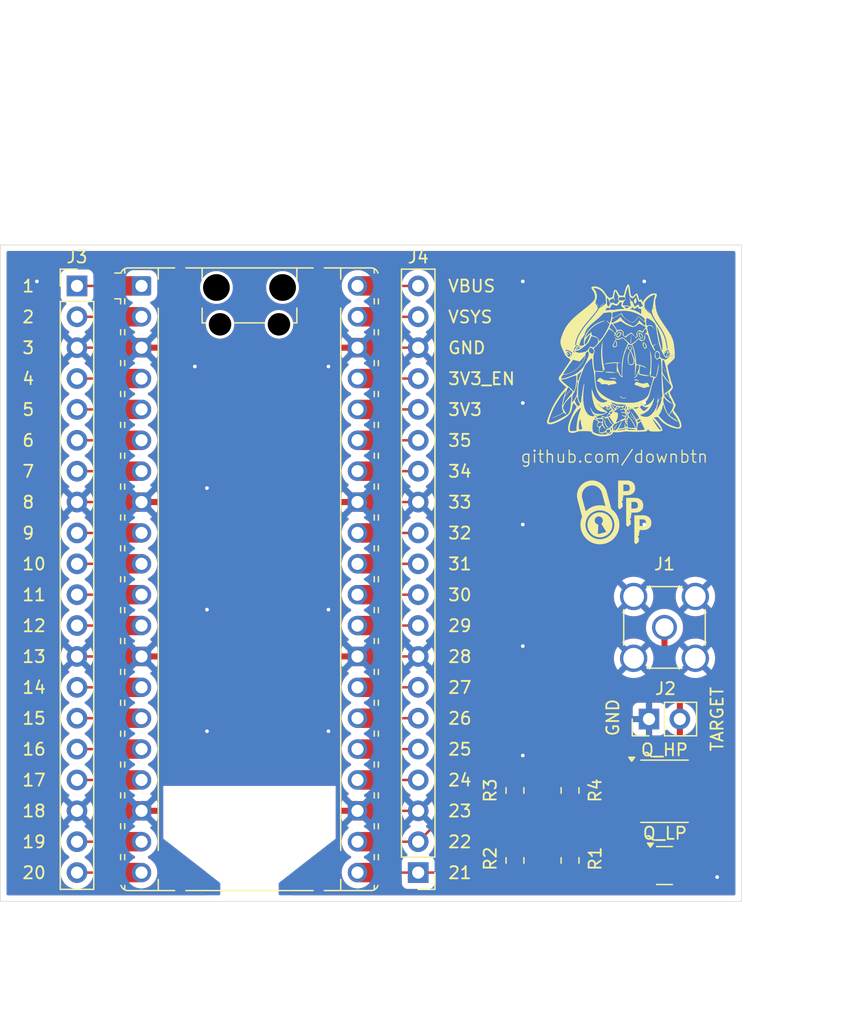
<source format=kicad_pcb>
(kicad_pcb (version 20241229) (generator "pcbnew") (generator_version "9.0")
  (layers (0 "F.Cu" signal) (2 "B.Cu" signal) (13 "F.Paste" user) (15 "B.Paste" user) (5 "F.SilkS" user "F.Silkscreen") (7 "B.SilkS" user "B.Silkscreen") (1 "F.Mask" user) (3 "B.Mask" user) (25 "Edge.Cuts" user))
  (net 0 "")
  (net 1 "Net-(A1-GPIO28_ADC2)")
  (net 2 "Net-(A1-VBUS)")
  (net 3 "Net-(A1-ADC_VREF)")
  (net 4 "GND")
  (net 5 "Net-(A1-RUN)")
  (net 6 "Net-(A1-GPIO2)")
  (net 7 "Net-(A1-GPIO7)")
  (net 8 "Net-(A1-GPIO14)")
  (net 9 "Net-(A1-GPIO6)")
  (net 10 "Net-(A1-GPIO15)")
  (net 11 "Net-(A1-GPIO17)")
  (net 12 "Net-(A1-GPIO12)")
  (net 13 "Net-(A1-GPIO20)")
  (net 14 "Net-(A1-3V3)")
  (net 15 "Net-(A1-GPIO8)")
  (net 16 "Net-(A1-3V3_EN)")
  (net 17 "Net-(A1-GPIO0)")
  (net 18 "Net-(A1-GPIO18)")
  (net 19 "Net-(A1-GPIO4)")
  (net 20 "Net-(A1-GPIO5)")
  (net 21 "Net-(A1-GPIO13)")
  (net 22 "Net-(A1-VSYS)")
  (net 23 "Net-(A1-GPIO27_ADC1)")
  (net 24 "Net-(A1-GPIO9)")
  (net 25 "Net-(A1-GPIO16)")
  (net 26 "Net-(A1-GPIO26_ADC0)")
  (net 27 "Net-(A1-GPIO22)")
  (net 28 "Net-(A1-GPIO1)")
  (net 29 "Net-(A1-GPIO3)")
  (net 30 "Net-(A1-GPIO10)")
  (net 31 "Net-(A1-GPIO19)")
  (net 32 "Net-(A1-GPIO21)")
  (net 33 "Net-(A1-GPIO11)")
  (net 34 "Net-(J1-In)")
  (net 35 "Net-(Q1-G)")
  (net 36 "Net-(Q2-G)")
  (footprint "weeb:nilou small" (layer "F.Cu") (at 150.507104 59.5)
    (property "Reference" "G***" (hide yes))
    (property "Value" "LOGO" (hide yes))
  )
  (footprint "Package_SO:SOIC-8_3.9x4.9mm_P1.27mm" (layer "F.Cu") (at 154.665 94.94)
    (property "Reference" "Q_HP" (at 0 -3.4 0) (layer "F.SilkS"))
    (property "Value" "IRF8714TRPBF")
    (pad "1" smd roundrect (at -2.475 -1.905) (size 1.95 0.6) (layers "F.Cu" "F.Mask" "F.Paste") (net 4 "GND"))
    (pad "2" smd roundrect (at -2.475 -0.635) (size 1.95 0.6) (layers "F.Cu" "F.Mask" "F.Paste") (net 4 "GND"))
    (pad "3" smd roundrect (at -2.475 0.635) (size 1.95 0.6) (layers "F.Cu" "F.Mask" "F.Paste") (net 4 "GND"))
    (pad "4" smd roundrect (at -2.475 1.905) (size 1.95 0.6) (layers "F.Cu" "F.Mask" "F.Paste") (net 36 "Net-(Q2-G)"))
    (pad "5" smd roundrect (at 2.475 1.905) (size 1.95 0.6) (layers "F.Cu" "F.Mask" "F.Paste") (net 34 "Net-(J1-In)"))
    (pad "6" smd roundrect (at 2.475 0.635) (size 1.95 0.6) (layers "F.Cu" "F.Mask" "F.Paste") (net 34 "Net-(J1-In)"))
    (pad "7" smd roundrect (at 2.475 -0.635) (size 1.95 0.6) (layers "F.Cu" "F.Mask" "F.Paste") (net 34 "Net-(J1-In)"))
    (pad "8" smd roundrect (at 2.475 -1.905) (size 1.95 0.6) (layers "F.Cu" "F.Mask" "F.Paste") (net 34 "Net-(J1-In)"))
  )
  (footprint "Connector_PinHeader_2.54mm:PinHeader_1x20_P2.54mm_Vertical" (layer "F.Cu") (at 106.3 53.37)
    (property "Reference" "J3" (at 0 -2.38 0) (layer "F.SilkS"))
    (property "Value" "Left side header")
    (pad "1" thru_hole rect (at 0 0) (size 1.7 1.7) (drill 1) (layers "*.Cu" "*.Mask") (net 17 "Net-(A1-GPIO0)"))
    (pad "2" thru_hole circle (at 0 2.54) (size 1.7 1.7) (drill 1) (layers "*.Cu" "*.Mask") (net 28 "Net-(A1-GPIO1)"))
    (pad "3" thru_hole circle (at 0 5.08) (size 1.7 1.7) (drill 1) (layers "*.Cu" "*.Mask") (net 4 "GND"))
    (pad "4" thru_hole circle (at 0 7.62) (size 1.7 1.7) (drill 1) (layers "*.Cu" "*.Mask") (net 6 "Net-(A1-GPIO2)"))
    (pad "5" thru_hole circle (at 0 10.16) (size 1.7 1.7) (drill 1) (layers "*.Cu" "*.Mask") (net 29 "Net-(A1-GPIO3)"))
    (pad "6" thru_hole circle (at 0 12.7) (size 1.7 1.7) (drill 1) (layers "*.Cu" "*.Mask") (net 19 "Net-(A1-GPIO4)"))
    (pad "7" thru_hole circle (at 0 15.24) (size 1.7 1.7) (drill 1) (layers "*.Cu" "*.Mask") (net 20 "Net-(A1-GPIO5)"))
    (pad "8" thru_hole circle (at 0 17.78) (size 1.7 1.7) (drill 1) (layers "*.Cu" "*.Mask") (net 4 "GND"))
    (pad "9" thru_hole circle (at 0 20.32) (size 1.7 1.7) (drill 1) (layers "*.Cu" "*.Mask") (net 9 "Net-(A1-GPIO6)"))
    (pad "10" thru_hole circle (at 0 22.86) (size 1.7 1.7) (drill 1) (layers "*.Cu" "*.Mask") (net 7 "Net-(A1-GPIO7)"))
    (pad "11" thru_hole circle (at 0 25.4) (size 1.7 1.7) (drill 1) (layers "*.Cu" "*.Mask") (net 15 "Net-(A1-GPIO8)"))
    (pad "12" thru_hole circle (at 0 27.94) (size 1.7 1.7) (drill 1) (layers "*.Cu" "*.Mask") (net 24 "Net-(A1-GPIO9)"))
    (pad "13" thru_hole circle (at 0 30.48) (size 1.7 1.7) (drill 1) (layers "*.Cu" "*.Mask") (net 4 "GND"))
    (pad "14" thru_hole circle (at 0 33.02) (size 1.7 1.7) (drill 1) (layers "*.Cu" "*.Mask") (net 30 "Net-(A1-GPIO10)"))
    (pad "15" thru_hole circle (at 0 35.56) (size 1.7 1.7) (drill 1) (layers "*.Cu" "*.Mask") (net 33 "Net-(A1-GPIO11)"))
    (pad "16" thru_hole circle (at 0 38.1) (size 1.7 1.7) (drill 1) (layers "*.Cu" "*.Mask") (net 12 "Net-(A1-GPIO12)"))
    (pad "17" thru_hole circle (at 0 40.64) (size 1.7 1.7) (drill 1) (layers "*.Cu" "*.Mask") (net 21 "Net-(A1-GPIO13)"))
    (pad "18" thru_hole circle (at 0 43.18) (size 1.7 1.7) (drill 1) (layers "*.Cu" "*.Mask") (net 4 "GND"))
    (pad "19" thru_hole circle (at 0 45.72) (size 1.7 1.7) (drill 1) (layers "*.Cu" "*.Mask") (net 8 "Net-(A1-GPIO14)"))
    (pad "20" thru_hole circle (at 0 48.26) (size 1.7 1.7) (drill 1) (layers "*.Cu" "*.Mask") (net 10 "Net-(A1-GPIO15)"))
  )
  (footprint "Module:RaspberryPi_Pico_Common_Unspecified" (layer "F.Cu") (at 120.5 77.5)
    (property "Reference" "A1" (hide yes))
    (property "Value" "RaspberryPi_Pico")
    (pad "" np_thru_hole circle (at -2.725 -24) (size 2.2 2.2) (drill 2.2) (layers "*.Mask"))
    (pad "" np_thru_hole circle (at -2.425 -20.97) (size 1.85 1.85) (drill 1.85) (layers "*.Mask"))
    (pad "" np_thru_hole circle (at 2.425 -20.97) (size 1.85 1.85) (drill 1.85) (layers "*.Mask"))
    (pad "" np_thru_hole circle (at 2.725 -24) (size 2.2 2.2) (drill 2.2) (layers "*.Mask"))
    (pad "1" smd custom (at -9.69 -24.13) (size 1.6 0.8) (layers "F.Cu" "F.Mask") (net 17 "Net-(A1-GPIO0)") (options (clearance outline) (anchor rect)) (primitives (gr_circle (center 0.8 0) (end 1.6 0) (width 0) (fill yes)) (gr_poly (pts (xy -1.6 -0.6) (xy -1.6 0.6) (xy -1.4 0.8) (xy 0.8 0.8) (xy 0.8 -0.8) (xy -1.4 -0.8)) (width 0) (fill yes)) (gr_circle (center -1.4 -0.6) (end -1.2 -0.6) (width 0) (fill yes)) (gr_circle (center -1.4 0.6) (end -1.2 0.6) (width 0) (fill yes))))
    (pad "1" thru_hole roundrect (at -8.89 -24.13) (size 1.6 1.6) (drill 1) (layers "*.Cu" "*.Mask") (roundrect_rratio 0.125) (net 17 "Net-(A1-GPIO0)"))
    (pad "2" smd roundrect (at -9.69 -21.59) (size 3.2 1.6) (layers "F.Cu" "F.Mask") (roundrect_rratio 0.5) (net 28 "Net-(A1-GPIO1)"))
    (pad "2" thru_hole circle (at -8.89 -21.59) (size 1.6 1.6) (drill 1) (layers "*.Cu" "*.Mask") (net 28 "Net-(A1-GPIO1)"))
    (pad "3" smd custom (at -9.69 -19.05) (size 1.6 0.8) (layers "F.Cu" "F.Mask") (net 4 "GND") (options (clearance outline) (anchor rect)) (primitives (gr_circle (center -0.8 0) (end 0 0) (width 0) (fill yes)) (gr_poly (pts (xy 1.6 -0.6) (xy 1.6 0.6) (xy 1.4 0.8) (xy -0.8 0.8) (xy -0.8 -0.8) (xy 1.4 -0.8)) (width 0) (fill yes)) (gr_circle (center 1.4 -0.6) (end 1.6 -0.6) (width 0) (fill yes)) (gr_circle (center 1.4 0.6) (end 1.6 0.6) (width 0) (fill yes))))
    (pad "3" thru_hole custom (at -8.89 -19.05) (size 1.6 1.6) (drill 1) (layers "*.Cu" "*.Mask") (net 4 "GND") (options (clearance outline) (anchor circle)) (primitives (gr_poly (pts (xy 0.8 0.6) (xy 0.8 -0.6) (xy 0.6 -0.8) (xy 0 -0.8) (xy 0 0.8) (xy 0.6 0.8)) (width 0) (fill yes)) (gr_circle (center 0.6 0.6) (end 0.8 0.6) (width 0) (fill yes)) (gr_circle (center 0.6 -0.6) (end 0.8 -0.6) (width 0) (fill yes))))
    (pad "4" smd roundrect (at -9.69 -16.51) (size 3.2 1.6) (layers "F.Cu" "F.Mask") (roundrect_rratio 0.5) (net 6 "Net-(A1-GPIO2)"))
    (pad "4" thru_hole circle (at -8.89 -16.51) (size 1.6 1.6) (drill 1) (layers "*.Cu" "*.Mask") (net 6 "Net-(A1-GPIO2)"))
    (pad "5" smd roundrect (at -9.69 -13.97) (size 3.2 1.6) (layers "F.Cu" "F.Mask") (roundrect_rratio 0.5) (net 29 "Net-(A1-GPIO3)"))
    (pad "5" thru_hole circle (at -8.89 -13.97) (size 1.6 1.6) (drill 1) (layers "*.Cu" "*.Mask") (net 29 "Net-(A1-GPIO3)"))
    (pad "6" smd roundrect (at -9.69 -11.43) (size 3.2 1.6) (layers "F.Cu" "F.Mask") (roundrect_rratio 0.5) (net 19 "Net-(A1-GPIO4)"))
    (pad "6" thru_hole circle (at -8.89 -11.43) (size 1.6 1.6) (drill 1) (layers "*.Cu" "*.Mask") (net 19 "Net-(A1-GPIO4)"))
    (pad "7" smd roundrect (at -9.69 -8.89) (size 3.2 1.6) (layers "F.Cu" "F.Mask") (roundrect_rratio 0.5) (net 20 "Net-(A1-GPIO5)"))
    (pad "7" thru_hole circle (at -8.89 -8.89) (size 1.6 1.6) (drill 1) (layers "*.Cu" "*.Mask") (net 20 "Net-(A1-GPIO5)"))
    (pad "8" smd custom (at -9.69 -6.35) (size 1.6 0.8) (layers "F.Cu" "F.Mask") (net 4 "GND") (options (clearance outline) (anchor rect)) (primitives (gr_circle (center -0.8 0) (end 0 0) (width 0) (fill yes)) (gr_poly (pts (xy 1.6 -0.6) (xy 1.6 0.6) (xy 1.4 0.8) (xy -0.8 0.8) (xy -0.8 -0.8) (xy 1.4 -0.8)) (width 0) (fill yes)) (gr_circle (center 1.4 -0.6) (end 1.6 -0.6) (width 0) (fill yes)) (gr_circle (center 1.4 0.6) (end 1.6 0.6) (width 0) (fill yes))))
    (pad "8" thru_hole custom (at -8.89 -6.35) (size 1.6 1.6) (drill 1) (layers "*.Cu" "*.Mask") (net 4 "GND") (options (clearance outline) (anchor circle)) (primitives (gr_poly (pts (xy 0.8 0.6) (xy 0.8 -0.6) (xy 0.6 -0.8) (xy 0 -0.8) (xy 0 0.8) (xy 0.6 0.8)) (width 0) (fill yes)) (gr_circle (center 0.6 0.6) (end 0.8 0.6) (width 0) (fill yes)) (gr_circle (center 0.6 -0.6) (end 0.8 -0.6) (width 0) (fill yes))))
    (pad "9" smd roundrect (at -9.69 -3.81) (size 3.2 1.6) (layers "F.Cu" "F.Mask") (roundrect_rratio 0.5) (net 9 "Net-(A1-GPIO6)"))
    (pad "9" thru_hole circle (at -8.89 -3.81) (size 1.6 1.6) (drill 1) (layers "*.Cu" "*.Mask") (net 9 "Net-(A1-GPIO6)"))
    (pad "10" smd roundrect (at -9.69 -1.27) (size 3.2 1.6) (layers "F.Cu" "F.Mask") (roundrect_rratio 0.5) (net 7 "Net-(A1-GPIO7)"))
    (pad "10" thru_hole circle (at -8.89 -1.27) (size 1.6 1.6) (drill 1) (layers "*.Cu" "*.Mask") (net 7 "Net-(A1-GPIO7)"))
    (pad "11" smd roundrect (at -9.69 1.27) (size 3.2 1.6) (layers "F.Cu" "F.Mask") (roundrect_rratio 0.5) (net 15 "Net-(A1-GPIO8)"))
    (pad "11" thru_hole circle (at -8.89 1.27) (size 1.6 1.6) (drill 1) (layers "*.Cu" "*.Mask") (net 15 "Net-(A1-GPIO8)"))
    (pad "12" smd roundrect (at -9.69 3.81) (size 3.2 1.6) (layers "F.Cu" "F.Mask") (roundrect_rratio 0.5) (net 24 "Net-(A1-GPIO9)"))
    (pad "12" thru_hole circle (at -8.89 3.81) (size 1.6 1.6) (drill 1) (layers "*.Cu" "*.Mask") (net 24 "Net-(A1-GPIO9)"))
    (pad "13" smd custom (at -9.69 6.35) (size 1.6 0.8) (layers "F.Cu" "F.Mask") (net 4 "GND") (options (clearance outline) (anchor rect)) (primitives (gr_circle (center -0.8 0) (end 0 0) (width 0) (fill yes)) (gr_poly (pts (xy 1.6 -0.6) (xy 1.6 0.6) (xy 1.4 0.8) (xy -0.8 0.8) (xy -0.8 -0.8) (xy 1.4 -0.8)) (width 0) (fill yes)) (gr_circle (center 1.4 -0.6) (end 1.6 -0.6) (width 0) (fill yes)) (gr_circle (center 1.4 0.6) (end 1.6 0.6) (width 0) (fill yes))))
    (pad "13" thru_hole custom (at -8.89 6.35) (size 1.6 1.6) (drill 1) (layers "*.Cu" "*.Mask") (net 4 "GND") (options (clearance outline) (anchor circle)) (primitives (gr_poly (pts (xy 0.8 0.6) (xy 0.8 -0.6) (xy 0.6 -0.8) (xy 0 -0.8) (xy 0 0.8) (xy 0.6 0.8)) (width 0) (fill yes)) (gr_circle (center 0.6 0.6) (end 0.8 0.6) (width 0) (fill yes)) (gr_circle (center 0.6 -0.6) (end 0.8 -0.6) (width 0) (fill yes))))
    (pad "14" smd roundrect (at -9.69 8.89) (size 3.2 1.6) (layers "F.Cu" "F.Mask") (roundrect_rratio 0.5) (net 30 "Net-(A1-GPIO10)"))
    (pad "14" thru_hole circle (at -8.89 8.89) (size 1.6 1.6) (drill 1) (layers "*.Cu" "*.Mask") (net 30 "Net-(A1-GPIO10)"))
    (pad "15" smd roundrect (at -9.69 11.43) (size 3.2 1.6) (layers "F.Cu" "F.Mask") (roundrect_rratio 0.5) (net 33 "Net-(A1-GPIO11)"))
    (pad "15" thru_hole circle (at -8.89 11.43) (size 1.6 1.6) (drill 1) (layers "*.Cu" "*.Mask") (net 33 "Net-(A1-GPIO11)"))
    (pad "16" smd roundrect (at -9.69 13.97) (size 3.2 1.6) (layers "F.Cu" "F.Mask") (roundrect_rratio 0.5) (net 12 "Net-(A1-GPIO12)"))
    (pad "16" thru_hole circle (at -8.89 13.97) (size 1.6 1.6) (drill 1) (layers "*.Cu" "*.Mask") (net 12 "Net-(A1-GPIO12)"))
    (pad "17" smd roundrect (at -9.69 16.51) (size 3.2 1.6) (layers "F.Cu" "F.Mask") (roundrect_rratio 0.5) (net 21 "Net-(A1-GPIO13)"))
    (pad "17" thru_hole circle (at -8.89 16.51) (size 1.6 1.6) (drill 1) (layers "*.Cu" "*.Mask") (net 21 "Net-(A1-GPIO13)"))
    (pad "18" smd custom (at -9.69 19.05) (size 1.6 0.8) (layers "F.Cu" "F.Mask") (net 4 "GND") (options (clearance outline) (anchor rect)) (primitives (gr_circle (center -0.8 0) (end 0 0) (width 0) (fill yes)) (gr_poly (pts (xy 1.6 -0.6) (xy 1.6 0.6) (xy 1.4 0.8) (xy -0.8 0.8) (xy -0.8 -0.8) (xy 1.4 -0.8)) (width 0) (fill yes)) (gr_circle (center 1.4 -0.6) (end 1.6 -0.6) (width 0) (fill yes)) (gr_circle (center 1.4 0.6) (end 1.6 0.6) (width 0) (fill yes))))
    (pad "18" thru_hole custom (at -8.89 19.05) (size 1.6 1.6) (drill 1) (layers "*.Cu" "*.Mask") (net 4 "GND") (options (clearance outline) (anchor circle)) (primitives (gr_poly (pts (xy 0.8 0.6) (xy 0.8 -0.6) (xy 0.6 -0.8) (xy 0 -0.8) (xy 0 0.8) (xy 0.6 0.8)) (width 0) (fill yes)) (gr_circle (center 0.6 0.6) (end 0.8 0.6) (width 0) (fill yes)) (gr_circle (center 0.6 -0.6) (end 0.8 -0.6) (width 0) (fill yes))))
    (pad "19" smd roundrect (at -9.69 21.59) (size 3.2 1.6) (layers "F.Cu" "F.Mask") (roundrect_rratio 0.5) (net 8 "Net-(A1-GPIO14)"))
    (pad "19" thru_hole circle (at -8.89 21.59) (size 1.6 1.6) (drill 1) (layers "*.Cu" "*.Mask") (net 8 "Net-(A1-GPIO14)"))
    (pad "20" smd roundrect (at -9.69 24.13) (size 3.2 1.6) (layers "F.Cu" "F.Mask") (roundrect_rratio 0.5) (net 10 "Net-(A1-GPIO15)"))
    (pad "20" thru_hole circle (at -8.89 24.13) (size 1.6 1.6) (drill 1) (layers "*.Cu" "*.Mask") (net 10 "Net-(A1-GPIO15)"))
    (pad "21" thru_hole circle (at 8.89 24.13) (size 1.6 1.6) (drill 1) (layers "*.Cu" "*.Mask") (net 25 "Net-(A1-GPIO16)"))
    (pad "21" smd roundrect (at 9.69 24.13) (size 3.2 1.6) (layers "F.Cu" "F.Mask") (roundrect_rratio 0.5) (net 25 "Net-(A1-GPIO16)"))
    (pad "22" thru_hole circle (at 8.89 21.59) (size 1.6 1.6) (drill 1) (layers "*.Cu" "*.Mask") (net 11 "Net-(A1-GPIO17)"))
    (pad "22" smd roundrect (at 9.69 21.59) (size 3.2 1.6) (layers "F.Cu" "F.Mask") (roundrect_rratio 0.5) (net 11 "Net-(A1-GPIO17)"))
    (pad "23" thru_hole custom (at 8.89 19.05) (size 1.6 1.6) (drill 1) (layers "*.Cu" "*.Mask") (net 4 "GND") (options (clearance outline) (anchor circle)) (primitives (gr_poly (pts (xy -0.8 0.6) (xy -0.8 -0.6) (xy -0.6 -0.8) (xy 0 -0.8) (xy 0 0.8) (xy -0.6 0.8)) (width 0) (fill yes)) (gr_circle (center -0.6 0.6) (end -0.4 0.6) (width 0) (fill yes)) (gr_circle (center -0.6 -0.6) (end -0.4 -0.6) (width 0) (fill yes))))
    (pad "23" smd custom (at 9.69 19.05) (size 1.6 0.8) (layers "F.Cu" "F.Mask") (net 4 "GND") (options (clearance outline) (anchor rect)) (primitives (gr_circle (center 0.8 0) (end 1.6 0) (width 0) (fill yes)) (gr_poly (pts (xy -1.6 -0.6) (xy -1.6 0.6) (xy -1.4 0.8) (xy 0.8 0.8) (xy 0.8 -0.8) (xy -1.4 -0.8)) (width 0) (fill yes)) (gr_circle (center -1.4 -0.6) (end -1.2 -0.6) (width 0) (fill yes)) (gr_circle (center -1.4 0.6) (end -1.2 0.6) (width 0) (fill yes))))
    (pad "24" thru_hole circle (at 8.89 16.51) (size 1.6 1.6) (drill 1) (layers "*.Cu" "*.Mask") (net 18 "Net-(A1-GPIO18)"))
    (pad "24" smd roundrect (at 9.69 16.51) (size 3.2 1.6) (layers "F.Cu" "F.Mask") (roundrect_rratio 0.5) (net 18 "Net-(A1-GPIO18)"))
    (pad "25" thru_hole circle (at 8.89 13.97) (size 1.6 1.6) (drill 1) (layers "*.Cu" "*.Mask") (net 31 "Net-(A1-GPIO19)"))
    (pad "25" smd roundrect (at 9.69 13.97) (size 3.2 1.6) (layers "F.Cu" "F.Mask") (roundrect_rratio 0.5) (net 31 "Net-(A1-GPIO19)"))
    (pad "26" thru_hole circle (at 8.89 11.43) (size 1.6 1.6) (drill 1) (layers "*.Cu" "*.Mask") (net 13 "Net-(A1-GPIO20)"))
    (pad "26" smd roundrect (at 9.69 11.43) (size 3.2 1.6) (layers "F.Cu" "F.Mask") (roundrect_rratio 0.5) (net 13 "Net-(A1-GPIO20)"))
    (pad "27" thru_hole circle (at 8.89 8.89) (size 1.6 1.6) (drill 1) (layers "*.Cu" "*.Mask") (net 32 "Net-(A1-GPIO21)"))
    (pad "27" smd roundrect (at 9.69 8.89) (size 3.2 1.6) (layers "F.Cu" "F.Mask") (roundrect_rratio 0.5) (net 32 "Net-(A1-GPIO21)"))
    (pad "28" thru_hole custom (at 8.89 6.35) (size 1.6 1.6) (drill 1) (layers "*.Cu" "*.Mask") (net 4 "GND") (options (clearance outline) (anchor circle)) (primitives (gr_poly (pts (xy -0.8 0.6) (xy -0.8 -0.6) (xy -0.6 -0.8) (xy 0 -0.8) (xy 0 0.8) (xy -0.6 0.8)) (width 0) (fill yes)) (gr_circle (center -0.6 0.6) (end -0.4 0.6) (width 0) (fill yes)) (gr_circle (center -0.6 -0.6) (end -0.4 -0.6) (width 0) (fill yes))))
    (pad "28" smd custom (at 9.69 6.35) (size 1.6 0.8) (layers "F.Cu" "F.Mask") (net 4 "GND") (options (clearance outline) (anchor rect)) (primitives (gr_circle (center 0.8 0) (end 1.6 0) (width 0) (fill yes)) (gr_poly (pts (xy -1.6 -0.6) (xy -1.6 0.6) (xy -1.4 0.8) (xy 0.8 0.8) (xy 0.8 -0.8) (xy -1.4 -0.8)) (width 0) (fill yes)) (gr_circle (center -1.4 -0.6) (end -1.2 -0.6) (width 0) (fill yes)) (gr_circle (center -1.4 0.6) (end -1.2 0.6) (width 0) (fill yes))))
    (pad "29" thru_hole circle (at 8.89 3.81) (size 1.6 1.6) (drill 1) (layers "*.Cu" "*.Mask") (net 27 "Net-(A1-GPIO22)"))
    (pad "29" smd roundrect (at 9.69 3.81) (size 3.2 1.6) (layers "F.Cu" "F.Mask") (roundrect_rratio 0.5) (net 27 "Net-(A1-GPIO22)"))
    (pad "30" thru_hole circle (at 8.89 1.27) (size 1.6 1.6) (drill 1) (layers "*.Cu" "*.Mask") (net 5 "Net-(A1-RUN)"))
    (pad "30" smd roundrect (at 9.69 1.27) (size 3.2 1.6) (layers "F.Cu" "F.Mask") (roundrect_rratio 0.5) (net 5 "Net-(A1-RUN)"))
    (pad "31" thru_hole circle (at 8.89 -1.27) (size 1.6 1.6) (drill 1) (layers "*.Cu" "*.Mask") (net 26 "Net-(A1-GPIO26_ADC0)"))
    (pad "31" smd roundrect (at 9.69 -1.27) (size 3.2 1.6) (layers "F.Cu" "F.Mask") (roundrect_rratio 0.5) (net 26 "Net-(A1-GPIO26_ADC0)"))
    (pad "32" thru_hole circle (at 8.89 -3.81) (size 1.6 1.6) (drill 1) (layers "*.Cu" "*.Mask") (net 23 "Net-(A1-GPIO27_ADC1)"))
    (pad "32" smd roundrect (at 9.69 -3.81) (size 3.2 1.6) (layers "F.Cu" "F.Mask") (roundrect_rratio 0.5) (net 23 "Net-(A1-GPIO27_ADC1)"))
    (pad "33" thru_hole custom (at 8.89 -6.35) (size 1.6 1.6) (drill 1) (layers "*.Cu" "*.Mask") (net 4 "GND") (options (clearance outline) (anchor circle)) (primitives (gr_poly (pts (xy -0.8 0.6) (xy -0.8 -0.6) (xy -0.6 -0.8) (xy 0 -0.8) (xy 0 0.8) (xy -0.6 0.8)) (width 0) (fill yes)) (gr_circle (center -0.6 0.6) (end -0.4 0.6) (width 0) (fill yes)) (gr_circle (center -0.6 -0.6) (end -0.4 -0.6) (width 0) (fill yes))))
    (pad "33" smd custom (at 9.69 -6.35) (size 1.6 0.8) (layers "F.Cu" "F.Mask") (net 4 "GND") (options (clearance outline) (anchor rect)) (primitives (gr_circle (center 0.8 0) (end 1.6 0) (width 0) (fill yes)) (gr_poly (pts (xy -1.6 -0.6) (xy -1.6 0.6) (xy -1.4 0.8) (xy 0.8 0.8) (xy 0.8 -0.8) (xy -1.4 -0.8)) (width 0) (fill yes)) (gr_circle (center -1.4 -0.6) (end -1.2 -0.6) (width 0) (fill yes)) (gr_circle (center -1.4 0.6) (end -1.2 0.6) (width 0) (fill yes))))
    (pad "34" thru_hole circle (at 8.89 -8.89) (size 1.6 1.6) (drill 1) (layers "*.Cu" "*.Mask") (net 1 "Net-(A1-GPIO28_ADC2)"))
    (pad "34" smd roundrect (at 9.69 -8.89) (size 3.2 1.6) (layers "F.Cu" "F.Mask") (roundrect_rratio 0.5) (net 1 "Net-(A1-GPIO28_ADC2)"))
    (pad "35" thru_hole circle (at 8.89 -11.43) (size 1.6 1.6) (drill 1) (layers "*.Cu" "*.Mask") (net 3 "Net-(A1-ADC_VREF)"))
    (pad "35" smd roundrect (at 9.69 -11.43) (size 3.2 1.6) (layers "F.Cu" "F.Mask") (roundrect_rratio 0.5) (net 3 "Net-(A1-ADC_VREF)"))
    (pad "36" thru_hole circle (at 8.89 -13.97) (size 1.6 1.6) (drill 1) (layers "*.Cu" "*.Mask") (net 14 "Net-(A1-3V3)"))
    (pad "36" smd roundrect (at 9.69 -13.97) (size 3.2 1.6) (layers "F.Cu" "F.Mask") (roundrect_rratio 0.5) (net 14 "Net-(A1-3V3)"))
    (pad "37" thru_hole circle (at 8.89 -16.51) (size 1.6 1.6) (drill 1) (layers "*.Cu" "*.Mask") (net 16 "Net-(A1-3V3_EN)"))
    (pad "37" smd roundrect (at 9.69 -16.51) (size 3.2 1.6) (layers "F.Cu" "F.Mask") (roundrect_rratio 0.5) (net 16 "Net-(A1-3V3_EN)"))
    (pad "38" thru_hole custom (at 8.89 -19.05) (size 1.6 1.6) (drill 1) (layers "*.Cu" "*.Mask") (net 4 "GND") (options (clearance outline) (anchor circle)) (primitives (gr_poly (pts (xy -0.8 0.6) (xy -0.8 -0.6) (xy -0.6 -0.8) (xy 0 -0.8) (xy 0 0.8) (xy -0.6 0.8)) (width 0) (fill yes)) (gr_circle (center -0.6 0.6) (end -0.4 0.6) (width 0) (fill yes)) (gr_circle (center -0.6 -0.6) (end -0.4 -0.6) (width 0) (fill yes))))
    (pad "38" smd custom (at 9.69 -19.05) (size 1.6 0.8) (layers "F.Cu" "F.Mask") (net 4 "GND") (options (clearance outline) (anchor rect)) (primitives (gr_circle (center 0.8 0) (end 1.6 0) (width 0) (fill yes)) (gr_poly (pts (xy -1.6 -0.6) (xy -1.6 0.6) (xy -1.4 0.8) (xy 0.8 0.8) (xy 0.8 -0.8) (xy -1.4 -0.8)) (width 0) (fill yes)) (gr_circle (center -1.4 -0.6) (end -1.2 -0.6) (width 0) (fill yes)) (gr_circle (center -1.4 0.6) (end -1.2 0.6) (width 0) (fill yes))))
    (pad "39" thru_hole circle (at 8.89 -21.59) (size 1.6 1.6) (drill 1) (layers "*.Cu" "*.Mask") (net 22 "Net-(A1-VSYS)"))
    (pad "39" smd roundrect (at 9.69 -21.59) (size 3.2 1.6) (layers "F.Cu" "F.Mask") (roundrect_rratio 0.5) (net 22 "Net-(A1-VSYS)"))
    (pad "40" thru_hole circle (at 8.89 -24.13) (size 1.6 1.6) (drill 1) (layers "*.Cu" "*.Mask") (net 2 "Net-(A1-VBUS)"))
    (pad "40" smd roundrect (at 9.69 -24.13) (size 3.2 1.6) (layers "F.Cu" "F.Mask") (roundrect_rratio 0.5) (net 2 "Net-(A1-VBUS)"))
    (zone (net 0) (net_name "") (layers "F.Cu" "B.Cu" "F.Paste" "B.Paste") (name "Antenna Copper Keep Out") (connect_pads (clearance 0)) (min_thickness 0.254)
      (keepout (tracks not_allowed) (vias not_allowed) (pads not_allowed) (copperpour not_allowed) (footprints allowed))
      (fill (thermal_gap 0.508) (thermal_bridge_width 0.508))
      (polygon (pts (xy 118.1 102.489895) (xy 113.4 98.839895) (xy 113.4 94.5) (xy 127.6 94.5) (xy 127.6 98.839895) (xy 122.9 102.489895) (xy 122.9 103.5) (xy 118.1 103.5)))
    )
    (zone (net 0) (net_name "") (layers "F.Cu" "F.Paste") (name "Pad Keep Out D1-W") (connect_pads (clearance 0)) (min_thickness 0.25)
      (keepout (tracks not_allowed) (vias not_allowed) (pads not_allowed) (copperpour not_allowed) (footprints allowed))
      (fill (thermal_gap 0.5) (thermal_bridge_width 0.5))
      (polygon (pts (xy 120.128778 82.300398) (xy 120.184498 82.244678) (xy 120.2573 82.214522) (xy 120.2967 82.2126) (xy 121.0841 82.2126) (xy 121.0841 84.1874) (xy 120.2967 84.1874) (xy 120.2573 84.185478) (xy 120.184498 84.155322) (xy 120.128778 84.099602) (xy 120.098622 84.0268) (xy 120.0967 83.9874) (xy 120.0967 82.4126) (xy 120.098622 82.3732)))
    )
    (zone (net 0) (net_name "") (layers "F.Cu" "F.Paste") (name "Pad Keep Out D1-W") (connect_pads (clearance 0)) (min_thickness 0.25)
      (keepout (tracks not_allowed) (vias not_allowed) (pads not_allowed) (copperpour not_allowed) (footprints allowed))
      (fill (thermal_gap 0.5) (thermal_bridge_width 0.5))
      (polygon (pts (xy 121.8715 84.1874) (xy 121.0841 84.1874) (xy 121.0841 82.2126) (xy 121.8715 82.2126) (xy 121.9109 82.214522) (xy 121.983702 82.244677) (xy 122.039423 82.300398) (xy 122.069578 82.3732) (xy 122.0715 82.4126) (xy 122.0715 83.9874) (xy 122.069578 84.0268) (xy 122.039423 84.099602) (xy 121.983702 84.155323) (xy 121.9109 84.185478)))
    )
    (zone (net 0) (net_name "") (layers "F.Cu" "F.Paste") (name "Pad Keep Out TP6") (connect_pads (clearance 0)) (min_thickness 0.25)
      (keepout (tracks not_allowed) (vias not_allowed) (pads not_allowed) (copperpour not_allowed) (footprints allowed))
      (fill (thermal_gap 0.5) (thermal_bridge_width 0.5))
      (polygon (pts (xy 117.484455 67.447861) (xy 117.357833 67.413932) (xy 117.244306 67.348388) (xy 117.151612 67.255694) (xy 117.086068 67.142167) (xy 117.052139 67.015545) (xy 117.05 66.95) (xy 117.05 63.25) (xy 118.95 63.25) (xy 118.95 66.95) (xy 118.947861 67.015545) (xy 118.913932 67.142167) (xy 118.848388 67.255694) (xy 118.755694 67.348388) (xy 118.642167 67.413932) (xy 118.515545 67.447861) (xy 118.45 67.45) (xy 117.55 67.45)))
    )
    (zone (net 0) (net_name "") (layers "F.Cu" "F.Paste") (name "Pad Keep Out TP3") (connect_pads (clearance 0)) (min_thickness 0.25)
      (keepout (tracks not_allowed) (vias not_allowed) (pads not_allowed) (copperpour not_allowed) (footprints allowed))
      (fill (thermal_gap 0.5) (thermal_bridge_width 0.5))
      (polygon (pts (xy 118.552139 52.684455) (xy 118.586068 52.557833) (xy 118.651612 52.444306) (xy 118.744306 52.351612) (xy 118.857833 52.286068) (xy 118.984455 52.252139) (xy 119.05 52.25) (xy 119.5 52.25) (xy 119.5 54.15) (xy 119.05 54.15) (xy 118.984455 54.147861) (xy 118.857833 54.113932) (xy 118.744306 54.048388) (xy 118.651612 53.955694) (xy 118.586068 53.842167) (xy 118.552139 53.715545) (xy 118.55 53.65) (xy 118.55 52.75)))
    )
    (zone (net 0) (net_name "") (layers "F.Cu" "F.Paste") (name "Pad Keep Out TP4") (connect_pads (clearance 0)) (min_thickness 0.25)
      (keepout (tracks not_allowed) (vias not_allowed) (pads not_allowed) (copperpour not_allowed) (footprints allowed))
      (fill (thermal_gap 0.5) (thermal_bridge_width 0.5))
      (polygon (pts (xy 118.95 63.25) (xy 118.95 59.55) (xy 118.947861 59.484455) (xy 118.913933 59.357833) (xy 118.848388 59.244306) (xy 118.755694 59.151612) (xy 118.642167 59.086067) (xy 118.515545 59.052139) (xy 118.45 59.05) (xy 117.55 59.05) (xy 117.484455 59.052139) (xy 117.357833 59.086067) (xy 117.244306 59.151612) (xy 117.151612 59.244306) (xy 117.086067 59.357833) (xy 117.052139 59.484455) (xy 117.05 59.55) (xy 117.05 63.25)))
    )
    (zone (net 0) (net_name "") (layers "F.Cu" "F.Paste") (name "Pad Keep Out TP3") (connect_pads (clearance 0)) (min_thickness 0.25)
      (keepout (tracks not_allowed) (vias not_allowed) (pads not_allowed) (copperpour not_allowed) (footprints allowed))
      (fill (thermal_gap 0.5) (thermal_bridge_width 0.5))
      (polygon (pts (xy 119.5 54.15) (xy 119.95 54.15) (xy 120.015545 54.147861) (xy 120.142167 54.113933) (xy 120.255694 54.048388) (xy 120.348388 53.955694) (xy 120.413933 53.842167) (xy 120.447861 53.715545) (xy 120.45 53.65) (xy 120.45 52.75) (xy 120.447861 52.684455) (xy 120.413933 52.557833) (xy 120.348388 52.444306) (xy 120.255694 52.351612) (xy 120.142167 52.286067) (xy 120.015545 52.252139) (xy 119.95 52.25) (xy 119.5 52.25)))
    )
    (zone (net 0) (net_name "") (layers "F.Cu" "F.Paste") (name "Pad Keep Out TP1") (connect_pads (clearance 0)) (min_thickness 0.25)
      (keepout (tracks not_allowed) (vias not_allowed) (pads not_allowed) (copperpour not_allowed) (footprints allowed))
      (fill (thermal_gap 0.5) (thermal_bridge_width 0.5))
      (polygon (pts (xy 119.552139 55.984455) (xy 119.586068 55.857833) (xy 119.651612 55.744306) (xy 119.744306 55.651612) (xy 119.857833 55.586068) (xy 119.984455 55.552139) (xy 120.05 55.55) (xy 120.5 55.55) (xy 120.5 57.45) (xy 120.05 57.45) (xy 119.984455 57.447861) (xy 119.857833 57.413932) (xy 119.744306 57.348388) (xy 119.651612 57.255694) (xy 119.586068 57.142167) (xy 119.552139 57.015545) (xy 119.55 56.95) (xy 119.55 56.05)))
    )
    (zone (net 0) (net_name "") (layers "F.Cu" "F.Paste") (name "Pad Keep Out D2") (connect_pads (clearance 0)) (min_thickness 0.25)
      (keepout (tracks not_allowed) (vias not_allowed) (pads not_allowed) (copperpour not_allowed) (footprints allowed))
      (fill (thermal_gap 0.5) (thermal_bridge_width 0.5))
      (polygon (pts (xy 119.9 100.4) (xy 120.5 100.4) (arc (start 120.5 104) (mid 119.792893 103.707107) (end 119.5 103)) (xy 119.5 100.8) (xy 119.502193 100.736994) (xy 119.541133 100.617148) (xy 119.615201 100.515201) (xy 119.717148 100.441133) (xy 119.836994 100.402193)))
    )
    (zone (net 0) (net_name "") (layers "F.Cu" "F.Paste") (name "Pad Keep Out TP1") (connect_pads (clearance 0)) (min_thickness 0.25)
      (keepout (tracks not_allowed) (vias not_allowed) (pads not_allowed) (copperpour not_allowed) (footprints allowed))
      (fill (thermal_gap 0.5) (thermal_bridge_width 0.5))
      (polygon (pts (xy 120.5 57.45) (xy 120.95 57.45) (xy 121.015545 57.447861) (xy 121.142167 57.413933) (xy 121.255694 57.348388) (xy 121.348388 57.255694) (xy 121.413933 57.142167) (xy 121.447861 57.015545) (xy 121.45 56.95) (xy 121.45 56.05) (xy 121.447861 55.984455) (xy 121.413933 55.857833) (xy 121.348388 55.744306) (xy 121.255694 55.651612) (xy 121.142167 55.586067) (xy 121.015545 55.552139) (xy 120.95 55.55) (xy 120.5 55.55)))
    )
    (zone (net 0) (net_name "") (layers "F.Cu" "F.Paste") (name "Pad Keep Out TP2") (connect_pads (clearance 0)) (min_thickness 0.25)
      (keepout (tracks not_allowed) (vias not_allowed) (pads not_allowed) (copperpour not_allowed) (footprints allowed))
      (fill (thermal_gap 0.5) (thermal_bridge_width 0.5))
      (polygon (pts (xy 120.552139 52.699455) (xy 120.586068 52.572833) (xy 120.651612 52.459306) (xy 120.744306 52.366612) (xy 120.857833 52.301068) (xy 120.984455 52.267139) (xy 121.05 52.265) (xy 121.5 52.265) (xy 121.5 54.165) (xy 121.05 54.165) (xy 120.984455 54.162861) (xy 120.857833 54.128932) (xy 120.744306 54.063388) (xy 120.651612 53.970694) (xy 120.586068 53.857167) (xy 120.552139 53.730545) (xy 120.55 53.665) (xy 120.55 52.765)))
    )
    (zone (net 0) (net_name "") (layers "F.Cu" "F.Paste") (name "Pad Keep Out TP7") (connect_pads (clearance 0)) (min_thickness 0.25)
      (keepout (tracks not_allowed) (vias not_allowed) (pads not_allowed) (copperpour not_allowed) (footprints allowed))
      (fill (thermal_gap 0.5) (thermal_bridge_width 0.5))
      (polygon (pts (xy 120.552139 71.984455) (xy 120.586068 71.857833) (xy 120.651612 71.744306) (xy 120.744306 71.651612) (xy 120.857833 71.586068) (xy 120.984455 71.552139) (xy 121.05 71.55) (xy 121.5 71.55) (xy 121.5 73.45) (xy 121.05 73.45) (xy 120.984455 73.447861) (xy 120.857833 73.413932) (xy 120.744306 73.348388) (xy 120.651612 73.255694) (xy 120.586068 73.142167) (xy 120.552139 73.015545) (xy 120.55 72.95) (xy 120.55 72.05)))
    )
    (zone (net 0) (net_name "") (layers "F.Cu" "F.Paste") (name "Pad Keep Out D2") (connect_pads (clearance 0)) (min_thickness 0.25)
      (keepout (tracks not_allowed) (vias not_allowed) (pads not_allowed) (copperpour not_allowed) (footprints allowed))
      (fill (thermal_gap 0.5) (thermal_bridge_width 0.5))
      (polygon (pts (xy 121.1 100.4) (xy 121.162964 100.402462) (xy 121.282728 100.441376) (xy 121.384606 100.515394) (xy 121.458624 100.617272) (xy 121.497538 100.737036) (xy 121.5 100.8) (arc (start 121.5 103) (mid 121.207107 103.707107) (end 120.5 104)) (xy 120.5 100.4)))
    )
    (zone (net 0) (net_name "") (layers "F.Cu" "F.Paste") (name "Pad Keep Out TP2") (connect_pads (clearance 0)) (min_thickness 0.25)
      (keepout (tracks not_allowed) (vias not_allowed) (pads not_allowed) (copperpour not_allowed) (footprints allowed))
      (fill (thermal_gap 0.5) (thermal_bridge_width 0.5))
      (polygon (pts (xy 121.5 54.165) (xy 121.95 54.165) (xy 122.015545 54.162861) (xy 122.142167 54.128933) (xy 122.255694 54.063388) (xy 122.348388 53.970694) (xy 122.413933 53.857167) (xy 122.447861 53.730545) (xy 122.45 53.665) (xy 122.45 52.765) (xy 122.447861 52.699455) (xy 122.413933 52.572833) (xy 122.348388 52.459306) (xy 122.255694 52.366612) (xy 122.142167 52.301067) (xy 122.015545 52.267139) (xy 121.95 52.265) (xy 121.5 52.265)))
    )
    (zone (net 0) (net_name "") (layers "F.Cu" "F.Paste") (name "Pad Keep Out TP7") (connect_pads (clearance 0)) (min_thickness 0.25)
      (keepout (tracks not_allowed) (vias not_allowed) (pads not_allowed) (copperpour not_allowed) (footprints allowed))
      (fill (thermal_gap 0.5) (thermal_bridge_width 0.5))
      (polygon (pts (xy 121.5 73.45) (xy 121.95 73.45) (xy 122.015545 73.447861) (xy 122.142167 73.413933) (xy 122.255694 73.348388) (xy 122.348388 73.255694) (xy 122.413933 73.142167) (xy 122.447861 73.015545) (xy 122.45 72.95) (xy 122.45 72.05) (xy 122.447861 71.984455) (xy 122.413933 71.857833) (xy 122.348388 71.744306) (xy 122.255694 71.651612) (xy 122.142167 71.586067) (xy 122.015545 71.552139) (xy 121.95 71.55) (xy 121.5 71.55)))
    )
    (zone (net 0) (net_name "") (layers "F.Cu" "F.Paste") (name "Pad Keep Out D1") (connect_pads (clearance 0)) (min_thickness 0.25)
      (keepout (tracks not_allowed) (vias not_allowed) (pads not_allowed) (copperpour not_allowed) (footprints allowed))
      (fill (thermal_gap 0.5) (thermal_bridge_width 0.5))
      (polygon (pts (arc (start 116.96 103) (mid 117.252893 103.707107) (end 117.96 104)) (arc (start 117.96 100.4) (mid 117.252893 100.692893) (end 116.96 101.4))))
    )
    (zone (net 0) (net_name "") (layers "F.Cu" "F.Paste") (name "Pad Keep Out D1") (connect_pads (clearance 0)) (min_thickness 0.25)
      (keepout (tracks not_allowed) (vias not_allowed) (pads not_allowed) (copperpour not_allowed) (footprints allowed))
      (fill (thermal_gap 0.5) (thermal_bridge_width 0.5))
      (polygon (pts (arc (start 117.96 104) (mid 118.667107 103.707107) (end 118.96 103)) (arc (start 118.96 101.4) (mid 118.667107 100.692893) (end 117.96 100.4))))
    )
    (zone (net 0) (net_name "") (layers "F.Cu" "F.Paste") (name "Pad Keep Out D3") (connect_pads (clearance 0)) (min_thickness 0.25)
      (keepout (tracks not_allowed) (vias not_allowed) (pads not_allowed) (copperpour not_allowed) (footprints allowed))
      (fill (thermal_gap 0.5) (thermal_bridge_width 0.5))
      (polygon (pts (arc (start 122.040141 102.999925) (mid 122.333034 103.707032) (end 123.040141 103.999925)) (arc (start 123.040141 100.399925) (mid 122.333034 100.692818) (end 122.040141 101.399925))))
    )
    (zone (net 0) (net_name "") (layers "F.Cu" "F.Paste") (name "Pad Keep Out D3") (connect_pads (clearance 0)) (min_thickness 0.25)
      (keepout (tracks not_allowed) (vias not_allowed) (pads not_allowed) (copperpour not_allowed) (footprints allowed))
      (fill (thermal_gap 0.5) (thermal_bridge_width 0.5))
      (polygon (pts (arc (start 123.040141 103.999925) (mid 123.747248 103.707032) (end 124.040141 102.999925)) (arc (start 124.040141 101.399925) (mid 123.747248 100.692818) (end 123.040141 100.399925))))
    )
    (zone (net 0) (net_name "") (layers "F.Cu" "F.Paste") (name "Pad Keep Out D2-W") (connect_pads (clearance 0)) (min_thickness 0.254)
      (keepout (tracks not_allowed) (vias not_allowed) (pads not_allowed) (copperpour not_allowed) (footprints allowed))
      (fill (thermal_gap 0.508) (thermal_bridge_width 0.508))
      (polygon (pts (xy 124.616278 83.2) (xy 124.597382 83.007285) (xy 124.541414 82.82191) (xy 124.450506 82.650937) (xy 124.32812 82.500877) (xy 124.178919 82.377447) (xy 124.008584 82.285348) (xy 123.823605 82.228087) (xy 123.631027 82.207846) (xy 123.438184 82.225396) (xy 123.252424 82.280069) (xy 123.08082 82.369781) (xy 122.929909 82.491116) (xy 122.805441 82.639452) (xy 122.712154 82.80914) (xy 122.653603 82.993715) (xy 122.632019 83.186147) (xy 122.648222 83.379107) (xy 122.701596 83.565245) (xy 122.790108 83.737471) (xy 122.910387 83.889225) (xy 123.057851 84.014726) (xy 123.226882 84.109195) (xy 123.411044 84.169033) (xy 123.603321 84.19196) (xy 123.79639 84.177105) (xy 123.982896 84.125031) (xy 124.155736 84.037724) (xy 124.308325 83.918507) (xy 124.434853 83.771923) (xy 124.5305 83.603555) (xy 124.591622 83.419816) (xy 124.615891 83.227703)))
    )
    (zone (net 0) (net_name "") (layers "F.Cu" "F.Paste") (name "Pad Keep Out D3-W") (connect_pads (clearance 0)) (min_thickness 0.254)
      (keepout (tracks not_allowed) (vias not_allowed) (pads not_allowed) (copperpour not_allowed) (footprints allowed))
      (fill (thermal_gap 0.508) (thermal_bridge_width 0.508))
      (polygon (pts (xy 127.156278 83.2) (xy 127.137382 83.007285) (xy 127.081414 82.82191) (xy 126.990506 82.650937) (xy 126.86812 82.500877) (xy 126.718919 82.377447) (xy 126.548584 82.285348) (xy 126.363605 82.228087) (xy 126.171027 82.207846) (xy 125.978184 82.225396) (xy 125.792424 82.280069) (xy 125.62082 82.369781) (xy 125.469909 82.491116) (xy 125.345441 82.639452) (xy 125.252154 82.80914) (xy 125.193603 82.993715) (xy 125.172019 83.186147) (xy 125.188222 83.379107) (xy 125.241596 83.565245) (xy 125.330108 83.737471) (xy 125.450387 83.889225) (xy 125.597851 84.014726) (xy 125.766882 84.109195) (xy 125.951044 84.169033) (xy 126.143321 84.19196) (xy 126.33639 84.177105) (xy 126.522896 84.125031) (xy 126.695736 84.037724) (xy 126.848325 83.918507) (xy 126.974853 83.771923) (xy 127.0705 83.603555) (xy 127.131622 83.419816) (xy 127.155891 83.227703)))
    )
  )
  (footprint "Connector_PinHeader_2.54mm:PinHeader_1x20_P2.54mm_Vertical" (layer "F.Cu") (at 134.39 101.63 180)
    (property "Reference" "J4" (at 0 50.63 0) (layer "F.SilkS"))
    (property "Value" "Right side header")
    (pad "1" thru_hole rect (at 0 0 180) (size 1.7 1.7) (drill 1) (layers "*.Cu" "*.Mask") (net 25 "Net-(A1-GPIO16)"))
    (pad "2" thru_hole circle (at 0 2.54 180) (size 1.7 1.7) (drill 1) (layers "*.Cu" "*.Mask") (net 11 "Net-(A1-GPIO17)"))
    (pad "3" thru_hole circle (at 0 5.08 180) (size 1.7 1.7) (drill 1) (layers "*.Cu" "*.Mask") (net 4 "GND"))
    (pad "4" thru_hole circle (at 0 7.62 180) (size 1.7 1.7) (drill 1) (layers "*.Cu" "*.Mask") (net 18 "Net-(A1-GPIO18)"))
    (pad "5" thru_hole circle (at 0 10.16 180) (size 1.7 1.7) (drill 1) (layers "*.Cu" "*.Mask") (net 31 "Net-(A1-GPIO19)"))
    (pad "6" thru_hole circle (at 0 12.7 180) (size 1.7 1.7) (drill 1) (layers "*.Cu" "*.Mask") (net 13 "Net-(A1-GPIO20)"))
    (pad "7" thru_hole circle (at 0 15.24 180) (size 1.7 1.7) (drill 1) (layers "*.Cu" "*.Mask") (net 32 "Net-(A1-GPIO21)"))
    (pad "8" thru_hole circle (at 0 17.78 180) (size 1.7 1.7) (drill 1) (layers "*.Cu" "*.Mask") (net 4 "GND"))
    (pad "9" thru_hole circle (at 0 20.32 180) (size 1.7 1.7) (drill 1) (layers "*.Cu" "*.Mask") (net 27 "Net-(A1-GPIO22)"))
    (pad "10" thru_hole circle (at 0 22.86 180) (size 1.7 1.7) (drill 1) (layers "*.Cu" "*.Mask") (net 5 "Net-(A1-RUN)"))
    (pad "11" thru_hole circle (at 0 25.4 180) (size 1.7 1.7) (drill 1) (layers "*.Cu" "*.Mask") (net 26 "Net-(A1-GPIO26_ADC0)"))
    (pad "12" thru_hole circle (at 0 27.94 180) (size 1.7 1.7) (drill 1) (layers "*.Cu" "*.Mask") (net 23 "Net-(A1-GPIO27_ADC1)"))
    (pad "13" thru_hole circle (at 0 30.48 180) (size 1.7 1.7) (drill 1) (layers "*.Cu" "*.Mask") (net 4 "GND"))
    (pad "14" thru_hole circle (at 0 33.02 180) (size 1.7 1.7) (drill 1) (layers "*.Cu" "*.Mask") (net 1 "Net-(A1-GPIO28_ADC2)"))
    (pad "15" thru_hole circle (at 0 35.56 180) (size 1.7 1.7) (drill 1) (layers "*.Cu" "*.Mask") (net 3 "Net-(A1-ADC_VREF)"))
    (pad "16" thru_hole circle (at 0 38.1 180) (size 1.7 1.7) (drill 1) (layers "*.Cu" "*.Mask") (net 14 "Net-(A1-3V3)"))
    (pad "17" thru_hole circle (at 0 40.64 180) (size 1.7 1.7) (drill 1) (layers "*.Cu" "*.Mask") (net 16 "Net-(A1-3V3_EN)"))
    (pad "18" thru_hole circle (at 0 43.18 180) (size 1.7 1.7) (drill 1) (layers "*.Cu" "*.Mask") (net 4 "GND"))
    (pad "19" thru_hole circle (at 0 45.72 180) (size 1.7 1.7) (drill 1) (layers "*.Cu" "*.Mask") (net 22 "Net-(A1-VSYS)"))
    (pad "20" thru_hole circle (at 0 48.26 180) (size 1.7 1.7) (drill 1) (layers "*.Cu" "*.Mask") (net 2 "Net-(A1-VBUS)"))
  )
  (footprint "Resistor_SMD:R_0805_2012Metric_Pad1.20x1.40mm_HandSolder" (layer "F.Cu") (at 142.356 100.63 90)
    (property "Reference" "R2" (at 0.146 -2.032 90) (layer "F.SilkS"))
    (property "Value" "1R")
    (pad "1" smd roundrect (at -1 0 90) (size 1.2 1.4) (layers "F.Cu" "F.Mask" "F.Paste") (roundrect_rratio 0.208333) (net 25 "Net-(A1-GPIO16)"))
    (pad "2" smd roundrect (at 1 0 90) (size 1.2 1.4) (layers "F.Cu" "F.Mask" "F.Paste") (roundrect_rratio 0.208333) (net 35 "Net-(Q1-G)"))
  )
  (footprint "Resistor_SMD:R_0805_2012Metric_Pad1.20x1.40mm_HandSolder" (layer "F.Cu") (at 142.356 94.875 90)
    (property "Reference" "R3" (at 0 -2.032 90) (layer "F.SilkS"))
    (property "Value" "1R")
    (pad "1" smd roundrect (at -1 0 90) (size 1.2 1.4) (layers "F.Cu" "F.Mask" "F.Paste") (roundrect_rratio 0.208333) (net 11 "Net-(A1-GPIO17)"))
    (pad "2" smd roundrect (at 1 0 90) (size 1.2 1.4) (layers "F.Cu" "F.Mask" "F.Paste") (roundrect_rratio 0.208333) (net 36 "Net-(Q2-G)"))
  )
  (footprint "weeb:ppp small" (layer "F.Cu") (at 150.432453 72)
    (property "Reference" "G***" (hide yes))
    (property "Value" "LOGO" (hide yes))
  )
  (footprint "Resistor_SMD:R_0805_2012Metric_Pad1.20x1.40mm_HandSolder" (layer "F.Cu") (at 146.89 94.875 -90)
    (property "Reference" "R4" (at 0 -2.07 90) (layer "F.SilkS"))
    (property "Value" "10K")
    (pad "1" smd roundrect (at -1 0 270) (size 1.2 1.4) (layers "F.Cu" "F.Mask" "F.Paste") (roundrect_rratio 0.208333) (net 36 "Net-(Q2-G)"))
    (pad "2" smd roundrect (at 1 0 270) (size 1.2 1.4) (layers "F.Cu" "F.Mask" "F.Paste") (roundrect_rratio 0.208333) (net 4 "GND"))
  )
  (footprint "Package_TO_SOT_SMD:SOT-23" (layer "F.Cu") (at 154.665 101.05)
    (property "Reference" "Q_LP" (at 0.035 -2.65 0) (layer "F.SilkS"))
    (property "Value" "IRLML2502TRPbF")
    (pad "1" smd roundrect (at -0.9375 -0.95) (size 1.475 0.6) (layers "F.Cu" "F.Mask" "F.Paste") (net 35 "Net-(Q1-G)"))
    (pad "2" smd roundrect (at -0.9375 0.95) (size 1.475 0.6) (layers "F.Cu" "F.Mask" "F.Paste") (net 4 "GND"))
    (pad "3" smd roundrect (at 0.9375 0) (size 1.475 0.6) (layers "F.Cu" "F.Mask" "F.Paste") (net 34 "Net-(J1-In)"))
  )
  (footprint "Resistor_SMD:R_0805_2012Metric_Pad1.20x1.40mm_HandSolder" (layer "F.Cu") (at 146.89 100.63 -90)
    (property "Reference" "R1" (at -0.146 -2.07 90) (layer "F.SilkS"))
    (property "Value" "10K")
    (pad "1" smd roundrect (at -1 0 270) (size 1.2 1.4) (layers "F.Cu" "F.Mask" "F.Paste") (roundrect_rratio 0.208333) (net 35 "Net-(Q1-G)"))
    (pad "2" smd roundrect (at 1 0 270) (size 1.2 1.4) (layers "F.Cu" "F.Mask" "F.Paste") (roundrect_rratio 0.208333) (net 4 "GND"))
  )
  (footprint "Connector_PinHeader_2.54mm:PinHeader_1x02_P2.54mm_Vertical" (layer "F.Cu") (at 153.39 89 90)
    (property "Reference" "GND" (hide yes))
    (property "Value" "glitch pin")
    (pad "1" thru_hole rect (at 0 0 90) (size 1.7 1.7) (drill 1) (layers "*.Cu" "*.Mask") (net 4 "GND"))
    (pad "2" thru_hole circle (at 0 2.54 90) (size 1.7 1.7) (drill 1) (layers "*.Cu" "*.Mask") (net 34 "Net-(J1-In)"))
  )
  (footprint "Connector_Coaxial:SMA_Amphenol_901-144_Vertical" (layer "F.Cu") (at 154.665 81.46)
    (property "Reference" "J1" (at 0 -5.21 0) (layer "F.SilkS"))
    (property "Value" "SMA connector ?")
    (pad "1" thru_hole circle (at 0 0) (size 2.05 2.05) (drill 1.5) (layers "*.Cu" "*.Mask") (net 34 "Net-(J1-In)"))
    (pad "2" thru_hole circle (at -2.54 -2.54) (size 2.25 2.25) (drill 1.7) (layers "*.Cu" "*.Mask") (net 4 "GND"))
    (pad "2" thru_hole circle (at -2.54 2.54) (size 2.25 2.25) (drill 1.7) (layers "*.Cu" "*.Mask") (net 4 "GND"))
    (pad "2" thru_hole circle (at 2.54 -2.54) (size 2.25 2.25) (drill 1.7) (layers "*.Cu" "*.Mask") (net 4 "GND"))
    (pad "2" thru_hole circle (at 2.54 2.54) (size 2.25 2.25) (drill 1.7) (layers "*.Cu" "*.Mask") (net 4 "GND"))
  )
  (gr_line (start 161 104) (end 100 104) (stroke (width 0.05)) (layer "Edge.Cuts"))
  (gr_line (start 100 50) (end 161 50) (stroke (width 0.05)) (layer "Edge.Cuts"))
  (gr_line (start 100 104) (end 100 50) (stroke (width 0.05)) (layer "Edge.Cuts"))
  (gr_line (start 161 50) (end 161 104) (stroke (width 0.05)) (layer "Edge.Cuts"))
  (gr_text "github.com/downbtn\n" (at 142.756844 68 0) (layer "F.SilkS") (effects (font (size 1 1) (thickness 0.1)) (justify left bottom)))
  (gr_text "29" (at 136.768 81.91175 0) (layer "F.SilkS") (effects (font (size 1 1)) (justify left bottom)))
  (gr_text "31" (at 136.768 76.83175 0) (layer "F.SilkS") (effects (font (size 1 1)) (justify left bottom)))
  (gr_text "GND" (at 136.768 59.05175 0) (layer "F.SilkS") (effects (font (size 1 1)) (justify left bottom)))
  (gr_text "21" (at 136.768 102.23175 0) (layer "F.SilkS") (effects (font (size 1 1)) (justify left bottom)))
  (gr_text "30" (at 136.768 79.37175 0) (layer "F.SilkS") (effects (font (size 1 1)) (justify left bottom)))
  (gr_text "3" (at 101.716 59.05175 0) (layer "F.SilkS") (effects (font (size 1 1)) (justify left bottom)))
  (gr_text "32" (at 136.768 74.29175 0) (layer "F.SilkS") (effects (font (size 1 1)) (justify left bottom)))
  (gr_text "20\n" (at 101.716 102.23175 0) (layer "F.SilkS") (effects (font (size 1 1)) (justify left bottom)))
  (gr_text "4" (at 101.716 61.59175 0) (layer "F.SilkS") (effects (font (size 1 1)) (justify left bottom)))
  (gr_text "27" (at 136.768 86.99175 0) (layer "F.SilkS") (effects (font (size 1 1)) (justify left bottom)))
  (gr_text "13" (at 101.716 84.45175 0) (layer "F.SilkS") (effects (font (size 1 1)) (justify left bottom)))
  (gr_text "14" (at 101.716 86.99175 0) (layer "F.SilkS") (effects (font (size 1 1)) (justify left bottom)))
  (gr_text "3V3_EN" (at 136.768 61.59175 0) (layer "F.SilkS") (effects (font (size 1 1)) (justify left bottom)))
  (gr_text "1\n" (at 101.716 53.97175 0) (layer "F.SilkS") (effects (font (size 1 1)) (justify left bottom)))
  (gr_text "16" (at 101.716 92.07175 0) (layer "F.SilkS") (effects (font (size 1 1)) (justify left bottom)))
  (gr_text "34" (at 136.768 69.21175 0) (layer "F.SilkS") (effects (font (size 1 1)) (justify left bottom)))
  (gr_text "8" (at 101.716 71.75175 0) (layer "F.SilkS") (effects (font (size 1 1)) (justify left bottom)))
  (gr_text "11" (at 101.716 79.37175 0) (layer "F.SilkS") (effects (font (size 1 1)) (justify left bottom)))
  (gr_text "9\n" (at 101.716 74.29175 0) (layer "F.SilkS") (effects (font (size 1 1)) (justify left bottom)))
  (gr_text "33" (at 136.768 71.75175 0) (layer "F.SilkS") (effects (font (size 1 1)) (justify left bottom)))
  (gr_text "2" (at 101.716 56.51175 0) (layer "F.SilkS") (effects (font (size 1 1)) (justify left bottom)))
  (gr_text "28" (at 136.768 84.45175 0) (layer "F.SilkS") (effects (font (size 1 1)) (justify left bottom)))
  (gr_text "19" (at 101.716 99.69175 0) (layer "F.SilkS") (effects (font (size 1 1)) (justify left bottom)))
  (gr_text "15" (at 101.716 89.53175 0) (layer "F.SilkS") (effects (font (size 1 1)) (justify left bottom)))
  (gr_text "26" (at 136.768 89.53175 0) (layer "F.SilkS") (effects (font (size 1 1)) (justify left bottom)))
  (gr_text "12" (at 101.716 81.91175 0) (layer "F.SilkS") (effects (font (size 1 1)) (justify left bottom)))
  (gr_text "VBUS\n" (at 136.768 53.97175 0) (layer "F.SilkS") (effects (font (size 1 1)) (justify left bottom)))
  (gr_text "23" (at 136.768 97.15175 0) (layer "F.SilkS") (effects (font (size 1 1)) (justify left bottom)))
  (gr_text "6" (at 101.716 66.67175 0) (layer "F.SilkS") (effects (font (size 1 1)) (justify left bottom)))
  (gr_text "5" (at 101.716 64.13175 0) (layer "F.SilkS") (effects (font (size 1 1)) (justify left bottom)))
  (gr_text "18\n" (at 101.716 97.15175 0) (layer "F.SilkS") (effects (font (size 1 1)) (justify left bottom)))
  (gr_text "25" (at 136.768 92.07175 0) (layer "F.SilkS") (effects (font (size 1 1)) (justify left bottom)))
  (gr_text "3V3" (at 136.768 64.13175 0) (layer "F.SilkS") (effects (font (size 1 1)) (justify left bottom)))
  (gr_text "35\n" (at 136.768 66.67175 0) (layer "F.SilkS") (effects (font (size 1 1)) (justify left bottom)))
  (gr_text "TARGET\n" (at 159 89.000001 90) (layer "F.SilkS") (effects (font (size 1 1))))
  (gr_text "24" (at 136.768 94.61175 0) (layer "F.SilkS") (effects (font (size 1 1)) (justify left bottom)))
  (gr_text "J2\n" (at 154.75 86.5 0) (layer "F.SilkS") (effects (font (size 1 1))))
  (gr_text "VSYS" (at 136.768 56.51175 0) (layer "F.SilkS") (effects (font (size 1 1)) (justify left bottom)))
  (gr_text "7" (at 101.716 69.21175 0) (layer "F.SilkS") (effects (font (size 1 1)) (justify left bottom)))
  (gr_text "GND" (at 151 90.5 90) (layer "F.SilkS") (effects (font (size 1 1)) (justify left bottom)))
  (gr_text "22" (at 136.768 99.69175 0) (layer "F.SilkS") (effects (font (size 1 1)) (justify left bottom)))
  (gr_text "10\n" (at 101.716 76.83175 0) (layer "F.SilkS") (effects (font (size 1 1)) (justify left bottom)))
  (gr_text "17" (at 101.716 94.61175 0) (layer "F.SilkS") (effects (font (size 1 1)) (justify left bottom)))
  (segment (start 129.39 68.61) (end 134.39 68.61) (width 0.2) (layer "F.Cu") (net 1))
  (segment (start 129.39 53.37) (end 134.39 53.37) (width 0.2) (layer "F.Cu") (net 2))
  (segment (start 129.39 66.07) (end 134.39 66.07) (width 0.2) (layer "F.Cu") (net 3))
  (segment (start 111.61 71.15) (end 106.3 71.15) (width 0.2) (layer "F.Cu") (net 4))
  (segment (start 129.39 83.85) (end 133 83.85) (width 0.2) (layer "F.Cu") (net 4))
  (segment (start 129.39 71.15) (end 133 71.15) (width 0.2) (layer "F.Cu") (net 4))
  (segment (start 106.3 58.45) (end 111.61 58.45) (width 0.2) (layer "F.Cu") (net 4))
  (segment (start 133 83.85) (end 134.39 83.85) (width 0.2) (layer "F.Cu") (net 4))
  (segment (start 130.19 96.55) (end 134.39 96.55) (width 0.2) (layer "F.Cu") (net 4))
  (segment (start 129.39 58.45) (end 134.39 58.45) (width 0.2) (layer "F.Cu") (net 4))
  (segment (start 106.3 83.85) (end 111.61 83.85) (width 0.2) (layer "F.Cu") (net 4))
  (segment (start 133 71.15) (end 134.39 71.15) (width 0.2) (layer "F.Cu") (net 4))
  (via (at 127 90) (size 0.6) (drill 0.3) (layers "F.Cu" "B.Cu") (net 4))
  (via (at 143 92) (size 0.6) (drill 0.3) (layers "F.Cu" "B.Cu") (net 4))
  (via (at 127 60) (size 0.6) (drill 0.3) (layers "F.Cu" "B.Cu") (net 4))
  (via (at 153 53) (size 0.6) (drill 0.3) (layers "F.Cu" "B.Cu") (net 4))
  (via (at 143 73) (size 0.6) (drill 0.3) (layers "F.Cu" "B.Cu") (net 4))
  (via (at 143 53) (size 0.6) (drill 0.3) (layers "F.Cu" "B.Cu") (net 4))
  (via (at 117 70) (size 0.6) (drill 0.3) (layers "F.Cu" "B.Cu") (net 4))
  (via (at 143 63) (size 0.6) (drill 0.3) (layers "F.Cu" "B.Cu") (net 4))
  (via (at 153 73) (size 0.6) (drill 0.3) (layers "F.Cu" "B.Cu") (net 4))
  (via (at 103 53) (size 0.6) (drill 0.3) (layers "F.Cu" "B.Cu") (net 4))
  (via (at 127 80) (size 0.6) (drill 0.3) (layers "F.Cu" "B.Cu") (net 4))
  (via (at 117 80) (size 0.6) (drill 0.3) (layers "F.Cu" "B.Cu") (net 4))
  (via (at 153 63) (size 0.6) (drill 0.3) (layers "F.Cu" "B.Cu") (net 4))
  (via (at 159 102) (size 0.6) (drill 0.3) (layers "F.Cu" "B.Cu") (net 4))
  (via (at 116 60) (size 0.6) (drill 0.3) (layers "F.Cu" "B.Cu") (net 4))
  (via (at 117 90) (size 0.6) (drill 0.3) (layers "F.Cu" "B.Cu") (net 4))
  (via (at 143 83) (size 0.6) (drill 0.3) (layers "F.Cu" "B.Cu") (net 4))
  (segment (start 134.39 78.77) (end 129.39 78.77) (width 0.2) (layer "F.Cu") (net 5))
  (segment (start 111.61 60.99) (end 106.3 60.99) (width 0.2) (layer "F.Cu") (net 6))
  (segment (start 106.3 76.23) (end 111.61 76.23) (width 0.2) (layer "F.Cu") (net 7))
  (segment (start 111.61 99.09) (end 106.3 99.09) (width 0.2) (layer "F.Cu") (net 8))
  (segment (start 111.61 73.69) (end 106.3 73.69) (width 0.2) (layer "F.Cu") (net 9))
  (segment (start 111.61 101.63) (end 106.3 101.63) (width 0.2) (layer "F.Cu") (net 10))
  (segment (start 129.39 99.09) (end 134.39 99.09) (width 0.2) (layer "F.Cu") (net 11))
  (segment (start 137.605 95.875) (end 142.356 95.875) (width 0.2) (layer "F.Cu") (net 11))
  (segment (start 134.39 99.09) (end 137.605 95.875) (width 0.2) (layer "F.Cu") (net 11))
  (segment (start 106.3 91.47) (end 111.61 91.47) (width 0.2) (layer "F.Cu") (net 12))
  (segment (start 129.39 88.93) (end 134.39 88.93) (width 0.2) (layer "F.Cu") (net 13))
  (segment (start 129.39 63.53) (end 134.39 63.53) (width 0.2) (layer "F.Cu") (net 14))
  (segment (start 111.61 78.77) (end 106.3 78.77) (width 0.2) (layer "F.Cu") (net 15))
  (segment (start 134.39 60.99) (end 129.39 60.99) (width 0.2) (layer "F.Cu") (net 16))
  (segment (start 111.61 53.37) (end 106.3 53.37) (width 0.2) (layer "F.Cu") (net 17))
  (segment (start 130.19 94.01) (end 134.39 94.01) (width 0.2) (layer "F.Cu") (net 18))
  (segment (start 106.3 66.07) (end 111.61 66.07) (width 0.2) (layer "F.Cu") (net 19))
  (segment (start 111.61 68.61) (end 106.3 68.61) (width 0.2) (layer "F.Cu") (net 20))
  (segment (start 111.61 94.01) (end 106.3 94.01) (width 0.2) (layer "F.Cu") (net 21))
  (segment (start 134.39 55.91) (end 129.39 55.91) (width 0.2) (layer "F.Cu") (net 22))
  (segment (start 129.39 73.69) (end 134.39 73.69) (width 0.2) (layer "F.Cu") (net 23))
  (segment (start 111.61 81.31) (end 106.3 81.31) (width 0.2) (layer "F.Cu") (net 24))
  (segment (start 134.39 101.63) (end 142.356 101.63) (width 0.2) (layer "F.Cu") (net 25))
  (segment (start 129.39 101.63) (end 134.39 101.63) (width 0.2) (layer "F.Cu") (net 25))
  (segment (start 129.39 76.23) (end 134.39 76.23) (width 0.2) (layer "F.Cu") (net 26))
  (segment (start 129.39 81.31) (end 134.39 81.31) (width 0.2) (layer "F.Cu") (net 27))
  (segment (start 106.3 55.91) (end 111.61 55.91) (width 0.2) (layer "F.Cu") (net 28))
  (segment (start 111.61 63.53) (end 106.3 63.53) (width 0.2) (layer "F.Cu") (net 29))
  (segment (start 111.61 86.39) (end 106.3 86.39) (width 0.2) (layer "F.Cu") (net 30))
  (segment (start 129.39 91.47) (end 134.39 91.47) (width 0.2) (layer "F.Cu") (net 31))
  (segment (start 129.39 86.39) (end 134.39 86.39) (width 0.2) (layer "F.Cu") (net 32))
  (segment (start 106.3 88.93) (end 111.61 88.93) (width 0.2) (layer "F.Cu") (net 33))
  (segment (start 157.14 99.5125) (end 155.6025 101.05) (width 0.5) (layer "F.Cu") (net 34))
  (segment (start 157.14 93.035) (end 157.14 96.845) (width 0.5) (layer "F.Cu") (net 34))
  (segment (start 155.93 86.875) (end 154.665 85.61) (width 0.5) (layer "F.Cu") (net 34))
  (segment (start 157.14 96.845) (end 157.14 99.5125) (width 0.5) (layer "F.Cu") (net 34))
  (segment (start 154.665 85.61) (end 154.665 81.46) (width 0.5) (layer "F.Cu") (net 34))
  (segment (start 155.93 91.825) (end 155.93 86.875) (width 0.5) (layer "F.Cu") (net 34))
  (segment (start 157.14 93.035) (end 155.93 91.825) (width 0.5) (layer "F.Cu") (net 34))
  (segment (start 153.7275 100.1) (end 153.7275 99.7675) (width 0.2) (layer "F.Cu") (net 35))
  (segment (start 146.89 99.63) (end 153.59 99.63) (width 0.2) (layer "F.Cu") (net 35))
  (segment (start 142.356 99.63) (end 146.89 99.63) (width 0.2) (layer "F.Cu") (net 35))
  (segment (start 153.7275 99.7675) (end 153.59 99.63) (width 0.2) (layer "F.Cu") (net 35))
  (segment (start 149.86 96.845) (end 152.19 96.845) (width 0.2) (layer "F.Cu") (net 36))
  (segment (start 146.89 93.875) (end 149.86 96.845) (width 0.2) (layer "F.Cu") (net 36))
  (segment (start 142.356 93.875) (end 146.89 93.875) (width 0.2) (layer "F.Cu") (net 36))
  (zone (net 4) (net_name "GND") (layers "F.Cu" "B.Cu") (name "big ground") (connect_pads (clearance 0.5)) (min_thickness 0.25) (fill yes (thermal_gap 0.5) (thermal_bridge_width 0.5))
    (polygon (pts (xy 161 104) (xy 161 50) (xy 100 50) (xy 100 104)))
  )
)
</source>
